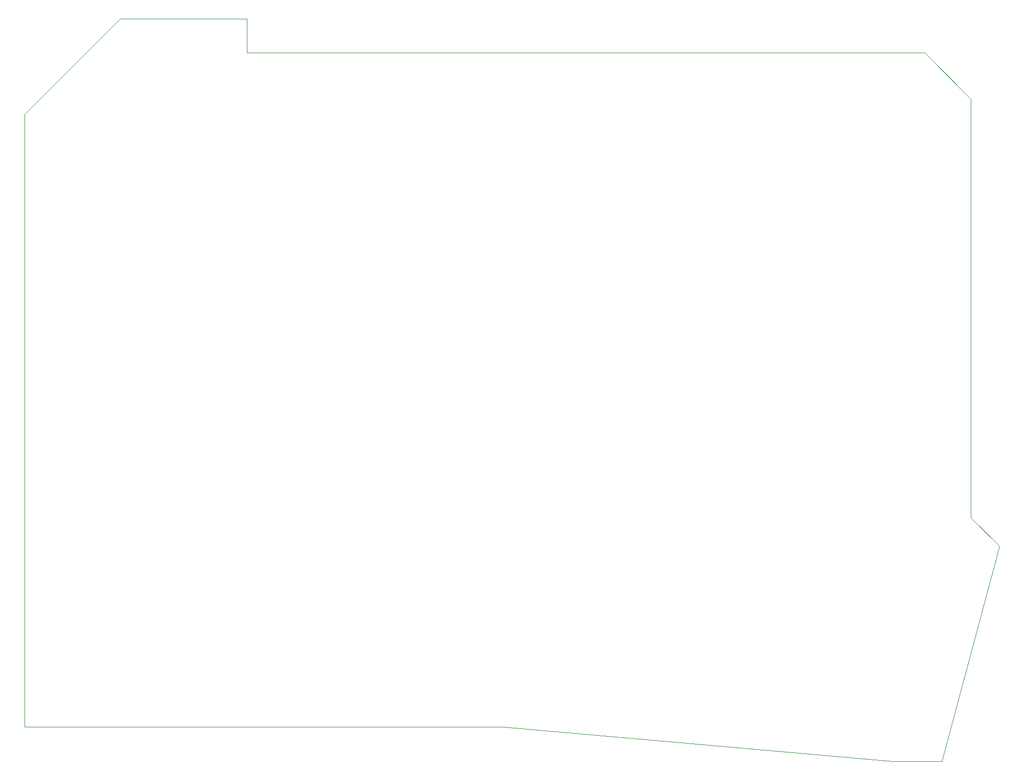
<source format=gbr>
%TF.GenerationSoftware,KiCad,Pcbnew,8.0.1-rc1*%
%TF.CreationDate,2024-04-23T13:15:56-05:00*%
%TF.ProjectId,ergomax_left,6572676f-6d61-4785-9f6c-6566742e6b69,rev?*%
%TF.SameCoordinates,Original*%
%TF.FileFunction,Profile,NP*%
%FSLAX46Y46*%
G04 Gerber Fmt 4.6, Leading zero omitted, Abs format (unit mm)*
G04 Created by KiCad (PCBNEW 8.0.1-rc1) date 2024-04-23 13:15:56*
%MOMM*%
%LPD*%
G01*
G04 APERTURE LIST*
%TA.AperFunction,Profile*%
%ADD10C,0.100000*%
%TD*%
G04 APERTURE END LIST*
D10*
X118000000Y-139500000D02*
X181258362Y-145034386D01*
X40500000Y-139500000D02*
X40500000Y-40000000D01*
X189311924Y-145034386D02*
X189311924Y-144897587D01*
X76500000Y-30000000D02*
X184500000Y-30000000D01*
X40500000Y-40000000D02*
X56000000Y-24500000D01*
X198624257Y-110124257D02*
X194000000Y-105500000D01*
X186500000Y-30000000D02*
X184500000Y-30000000D01*
X76500000Y-24500000D02*
X76500000Y-30000000D01*
X40500000Y-139500000D02*
X118000000Y-139500000D01*
X181258362Y-145034386D02*
X189311924Y-145034386D01*
X194000000Y-37500000D02*
X186500000Y-30000000D01*
X194000000Y-37500000D02*
X194000000Y-105500000D01*
X56000000Y-24500000D02*
X76500000Y-24500000D01*
X189306771Y-144897587D02*
X198624257Y-110124257D01*
M02*

</source>
